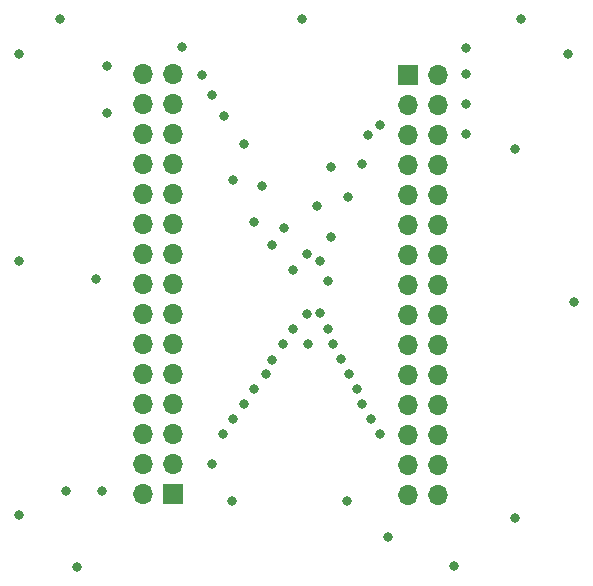
<source format=gbs>
G04 #@! TF.GenerationSoftware,KiCad,Pcbnew,7.0.10*
G04 #@! TF.CreationDate,2024-03-20T06:36:53+09:00*
G04 #@! TF.ProjectId,m5stack_base,6d357374-6163-46b5-9f62-6173652e6b69,rev?*
G04 #@! TF.SameCoordinates,Original*
G04 #@! TF.FileFunction,Soldermask,Bot*
G04 #@! TF.FilePolarity,Negative*
%FSLAX46Y46*%
G04 Gerber Fmt 4.6, Leading zero omitted, Abs format (unit mm)*
G04 Created by KiCad (PCBNEW 7.0.10) date 2024-03-20 06:36:53*
%MOMM*%
%LPD*%
G01*
G04 APERTURE LIST*
%ADD10R,1.700000X1.700000*%
%ADD11O,1.700000X1.700000*%
%ADD12C,0.800000*%
G04 APERTURE END LIST*
D10*
X115040000Y-92758000D03*
D11*
X112500000Y-92758000D03*
X115040000Y-90218000D03*
X112500000Y-90218000D03*
X115040000Y-87678000D03*
X112500000Y-87678000D03*
X115040000Y-85138000D03*
X112500000Y-85138000D03*
X115040000Y-82598000D03*
X112500000Y-82598000D03*
X115040000Y-80058000D03*
X112500000Y-80058000D03*
X115040000Y-77518000D03*
X112500000Y-77518000D03*
X115040000Y-74978000D03*
X112500000Y-74978000D03*
X115040000Y-72438000D03*
X112500000Y-72438000D03*
X115040000Y-69898000D03*
X112500000Y-69898000D03*
X115040000Y-67358000D03*
X112500000Y-67358000D03*
X115040000Y-64818000D03*
X112500000Y-64818000D03*
X115040000Y-62278000D03*
X112500000Y-62278000D03*
X115040000Y-59738000D03*
X112500000Y-59738000D03*
X115040000Y-57198000D03*
X112500000Y-57198000D03*
D10*
X134960000Y-57218000D03*
D11*
X137500000Y-57218000D03*
X134960000Y-59758000D03*
X137500000Y-59758000D03*
X134960000Y-62298000D03*
X137500000Y-62298000D03*
X134960000Y-64838000D03*
X137500000Y-64838000D03*
X134960000Y-67378000D03*
X137500000Y-67378000D03*
X134960000Y-69918000D03*
X137500000Y-69918000D03*
X134960000Y-72458000D03*
X137500000Y-72458000D03*
X134960000Y-74998000D03*
X137500000Y-74998000D03*
X134960000Y-77538000D03*
X137500000Y-77538000D03*
X134960000Y-80078000D03*
X137500000Y-80078000D03*
X134960000Y-82618000D03*
X137500000Y-82618000D03*
X134960000Y-85158000D03*
X137500000Y-85158000D03*
X134960000Y-87698000D03*
X137500000Y-87698000D03*
X134960000Y-90238000D03*
X137500000Y-90238000D03*
X134960000Y-92778000D03*
X137500000Y-92778000D03*
D12*
X133223000Y-96393000D03*
X115824000Y-54864000D03*
X144018000Y-94742000D03*
X117475000Y-57277000D03*
X139827000Y-57150000D03*
X129794000Y-93345000D03*
X108500000Y-74500000D03*
X138811000Y-98806000D03*
X144500000Y-52500000D03*
X148500000Y-55500000D03*
X102000000Y-73000000D03*
X102000000Y-55500000D03*
X109500000Y-56500000D03*
X102000000Y-94500000D03*
X105500000Y-52500000D03*
X139827000Y-54991000D03*
X106934000Y-98933000D03*
X149000000Y-76500000D03*
X126000000Y-52500000D03*
X109500000Y-60500000D03*
X120015000Y-93345000D03*
X106000000Y-92500000D03*
X109000000Y-92500000D03*
X126500000Y-80000000D03*
X144000000Y-63500000D03*
X118364000Y-58928000D03*
X139827000Y-59690000D03*
X118364000Y-90217998D03*
X119380000Y-60693000D03*
X119253004Y-87678000D03*
X139827000Y-62230000D03*
X121031012Y-85138000D03*
X121031000Y-63118996D03*
X120142000Y-66166998D03*
X120142000Y-86360000D03*
X122936000Y-82598000D03*
X122555000Y-66674996D03*
X121920000Y-69723000D03*
X121920000Y-83820000D03*
X124460000Y-70231000D03*
X124333000Y-80058000D03*
X123444000Y-81406998D03*
X123444000Y-71628000D03*
X126365000Y-72390000D03*
X126365000Y-77470000D03*
X125222000Y-78740000D03*
X125222000Y-73787000D03*
X127508000Y-73025000D03*
X127495000Y-77423933D03*
X128143000Y-78740000D03*
X128188000Y-74676000D03*
X128638000Y-80010000D03*
X128413989Y-70954000D03*
X127254000Y-68326000D03*
X129273000Y-81280000D03*
X129908000Y-67564000D03*
X129957025Y-82532732D03*
X130601000Y-83820000D03*
X128397000Y-65023998D03*
X131051000Y-64770002D03*
X131051000Y-85065010D03*
X131826000Y-86360000D03*
X131572000Y-62357000D03*
X132588000Y-61467998D03*
X132588000Y-87630000D03*
M02*

</source>
